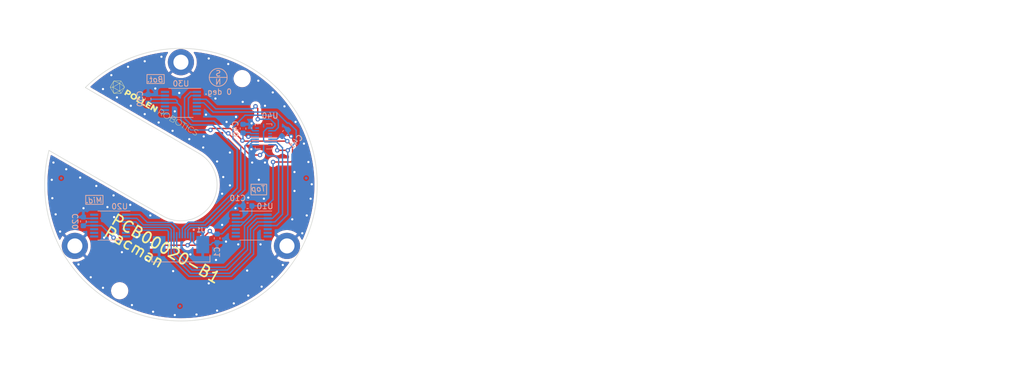
<source format=kicad_pcb>
(kicad_pcb (version 20211014) (generator pcbnew)
  (title_block (title "Pacman") (date "2023-02-27") (rev "B1") (company "Pollen Robotics"))
  (layers (0 "F.Cu" signal) (31 "B.Cu" signal) (34 "B.Paste" user) (35 "F.Paste" user) (36 "B.SilkS" user "B.Silkscreen") (37 "F.SilkS" user "F.Silkscreen") (38 "B.Mask" user) (39 "F.Mask" user) (44 "Edge.Cuts" user))
  (net 0 "")
  (net 1 "GND")
  (net 2 "+3V3")
  (net 3 "CS_Gyr")
  (net 4 "CS_Acc")
  (net 5 "CS_MBot")
  (net 6 "CS_MMid")
  (net 7 "CS_MTop")
  (net 8 "/Encoders/SCK")
  (net 9 "/Encoders/MISO")
  (net 10 "/Encoders/MOSI")
  (footprint "MountingHole:MountingHole_2.1mm" (layer "F.Cu") (at 76.5 107.225)
    (fp_text reference "H4" hide)
    (fp_text value "DNP - LocatingPinHole")
    (pad "" np_thru_hole circle (at 0 0) (size 2.1 2.1) (drill 2.1) (layers *.Cu *.Mask))
  )
  (footprint "Lib_Pollen:Logo_Pollen_2021" (layer "F.Cu") (at 84.092503 72.333725 -30)
    (fp_text reference "H7" hide)
    (fp_text value "DNP Logo Pollen 2021")
  )
  (footprint "MountingHole:MountingHole_2.1mm" (layer "F.Cu") (at 98.5 69.125)
    (fp_text reference "H5" hide)
    (fp_text value "DNP - LocatingPinHole")
    (pad "" np_thru_hole circle (at 0 0) (size 2.1 2.1) (drill 2.1) (layers *.Cu *.Mask))
  )
  (footprint "MountingHole:MountingHole_2.7mm_M2.5_DIN965_Pad_TopBottom" (layer "F.Cu") (at 106.55 99.175)
    (property "Reference" "H1")
    (property "Value" "MountingHole_Pad")
    (fp_text reference "H1" hide)
    (fp_text value "DNP - MountingHole_Pad")
    (pad "1" connect circle (at 0 0) (size 4.7 4.7) (layers "B.Cu" "B.Mask") (net 1 "GND"))
    (pad "1" connect circle (at 0 0) (size 4.7 4.7) (layers "F.Cu" "F.Mask") (net 1 "GND"))
    (pad "1" thru_hole circle (at 0 0) (size 3.1 3.1) (drill 2.7) (layers *.Cu *.Mask) (net 1 "GND"))
  )
  (footprint "MountingHole:MountingHole_2.7mm_M2.5_DIN965_Pad_TopBottom" (layer "F.Cu") (at 87.5 66.175)
    (fp_text reference "H3" hide)
    (fp_text value "DNP - MountingHole_Pad")
    (pad "1" connect circle (at 0 0) (size 4.7 4.7) (layers "B.Cu" "B.Mask") (net 1 "GND"))
    (pad "1" thru_hole circle (at 0 0) (size 3.1 3.1) (drill 2.7) (layers *.Cu *.Mask) (net 1 "GND"))
    (pad "1" connect circle (at 0 0) (size 4.7 4.7) (layers "F.Cu" "F.Mask") (net 1 "GND"))
  )
  (footprint "MountingHole:MountingHole_2.7mm_M2.5_DIN965_Pad_TopBottom" (layer "F.Cu") (at 68.45 99.175)
    (property "Reference" "H2")
    (property "Value" "MountingHole_Pad")
    (fp_text reference "H2" hide)
    (fp_text value "DNP - MountingHole_Pad")
    (pad "1" thru_hole circle (at 0 0) (size 3.1 3.1) (drill 2.7) (layers *.Cu *.Mask) (net 1 "GND"))
    (pad "1" connect circle (at 0 0) (size 4.7 4.7) (layers "F.Cu" "F.Mask") (net 1 "GND"))
    (pad "1" connect circle (at 0 0) (size 4.7 4.7) (layers "B.Cu" "B.Mask") (net 1 "GND"))
  )
  (footprint "Package_SO:TSSOP-14_4.4x5mm_P0.65mm" (layer "B.Cu") (at 74.775 95.525 180)
    (fp_text reference "U20" (at -1.725 3.425) (layer "B.SilkS") (effects (justify mirror)))
    (fp_text value "AS5047D")
    (pad "1" smd roundrect (at -2.8625 1.95 180) (size 1.475 0.4) (layers "B.Cu" "B.Paste" "B.Mask") (net 6 "CS_MMid"))
    (pad "2" smd roundrect (at -2.8625 1.3 180) (size 1.475 0.4) (layers "B.Cu" "B.Paste" "B.Mask") (net 8 "/Encoders/SCK"))
    (pad "3" smd roundrect (at -2.8625 0.65 180) (size 1.475 0.4) (layers "B.Cu" "B.Paste" "B.Mask") (net 9 "/Encoders/MISO"))
    (pad "4" smd roundrect (at -2.8625 0 180) (size 1.475 0.4) (layers "B.Cu" "B.Paste" "B.Mask") (net 10 "/Encoders/MOSI"))
    (pad "5" smd roundrect (at -2.8625 -0.65 180) (size 1.475 0.4) (layers "B.Cu" "B.Paste" "B.Mask"))
    (pad "6" smd roundrect (at -2.8625 -1.3 180) (size 1.475 0.4) (layers "B.Cu" "B.Paste" "B.Mask"))
    (pad "7" smd roundrect (at -2.8625 -1.95 180) (size 1.475 0.4) (layers "B.Cu" "B.Paste" "B.Mask"))
    (pad "8" smd roundrect (at 2.8625 -1.95 180) (size 1.475 0.4) (layers "B.Cu" "B.Paste" "B.Mask"))
    (pad "9" smd roundrect (at 2.8625 -1.3 180) (size 1.475 0.4) (layers "B.Cu" "B.Paste" "B.Mask"))
    (pad "10" smd roundrect (at 2.8625 -0.65 180) (size 1.475 0.4) (layers "B.Cu" "B.Paste" "B.Mask"))
    (pad "11" smd roundrect (at 2.8625 0 180) (size 1.475 0.4) (layers "B.Cu" "B.Paste" "B.Mask") (net 2 "+3V3"))
    (pad "12" smd roundrect (at 2.8625 0.65 180) (size 1.475 0.4) (layers "B.Cu" "B.Paste" "B.Mask") (net 2 "+3V3"))
    (pad "13" smd roundrect (at 2.8625 1.3 180) (size 1.475 0.4) (layers "B.Cu" "B.Paste" "B.Mask") (net 1 "GND"))
    (pad "14" smd roundrect (at 2.8625 1.95 180) (size 1.475 0.4) (layers "B.Cu" "B.Paste" "B.Mask"))
  )
  (footprint "Lib_Pollen:BMI088" (layer "B.Cu") (at 102.35 79.5 -90)
    (fp_text reference "U40" (at -3.7 -1.15 -180) (layer "B.SilkS") (effects (justify mirror)))
    (fp_text value "BMI088" hide)
    (pad "1" smd rect (at -1.5 1.165 270) (size 0.25 0.675) (layers "B.Cu" "B.Paste" "B.Mask"))
    (pad "2" smd rect (at -1 1.165 270) (size 0.25 0.675) (layers "B.Cu" "B.Paste" "B.Mask") (net 1 "GND"))
    (pad "3" smd rect (at -0.5 1.165 270) (size 0.25 0.675) (layers "B.Cu" "B.Paste" "B.Mask") (net 2 "+3V3"))
    (pad "4" smd rect (at 0 1.165 270) (size 0.25 0.675) (layers "B.Cu" "B.Paste" "B.Mask") (net 1 "GND"))
    (pad "5" smd rect (at 0.5 1.165 270) (size 0.25 0.675) (layers "B.Cu" "B.Paste" "B.Mask") (net 3 "CS_Gyr"))
    (pad "6" smd rect (at 1 1.165 270) (size 0.25 0.675) (layers "B.Cu" "B.Paste" "B.Mask") (net 1 "GND"))
    (pad "7" smd rect (at 1.5 1.165 270) (size 0.25 0.675) (layers "B.Cu" "B.Paste" "B.Mask") (net 1 "GND"))
    (pad "8" smd rect (at 1.915 0 180) (size 0.25 0.675) (layers "B.Cu" "B.Paste" "B.Mask") (net 8 "/Encoders/SCK"))
    (pad "9" smd rect (at 1.5 -1.165 270) (size 0.25 0.675) (layers "B.Cu" "B.Paste" "B.Mask") (net 10 "/Encoders/MOSI"))
    (pad "10" smd rect (at 1 -1.165 270) (size 0.25 0.675) (layers "B.Cu" "B.Paste" "B.Mask") (net 9 "/Encoders/MISO"))
    (pad "11" smd rect (at 0.5 -1.165 270) (size 0.25 0.675) (layers "B.Cu" "B.Paste" "B.Mask") (net 2 "+3V3"))
    (pad "12" smd rect (at 0 -1.165 270) (size 0.25 0.675) (layers "B.Cu" "B.Paste" "B.Mask"))
    (pad "13" smd rect (at -0.5 -1.165 270) (size 0.25 0.675) (layers "B.Cu" "B.Paste" "B.Mask"))
    (pad "14" smd rect (at -1 -1.165 270) (size 0.25 0.675) (layers "B.Cu" "B.Paste" "B.Mask") (net 4 "CS_Acc"))
    (pad "15" smd rect (at -1.5 -1.165 270) (size 0.25 0.675) (layers "B.Cu" "B.Paste" "B.Mask") (net 9 "/Encoders/MISO"))
    (pad "16" smd rect (at -1.915 0 180) (size 0.25 0.675) (layers "B.Cu" "B.Paste" "B.Mask"))
  )
  (footprint "Capacitor_SMD:C_0603_1608Metric" (layer "B.Cu") (at 69.975 94.775 -90)
    (fp_text reference "C20" (at 0 1.43 -270) (layer "B.SilkS") (effects (justify mirror)))
    (fp_text value "100nF 6V3")
    (pad "1" smd roundrect (at -0.775 0 270) (size 0.9 0.95) (layers "B.Cu" "B.Paste" "B.Mask") (net 1 "GND"))
    (pad "2" smd roundrect (at 0.775 0 270) (size 0.9 0.95) (layers "B.Cu" "B.Paste" "B.Mask") (net 2 "+3V3"))
  )
  (footprint "Capacitor_SMD:C_0603_1608Metric" (layer "B.Cu") (at 81.6 72.75 -90)
    (fp_text reference "C30" (at 0 1.43 90) (layer "B.SilkS") (effects (justify mirror)))
    (fp_text value "100nF 6V3")
    (pad "1" smd roundrect (at -0.775 0 270) (size 0.9 0.95) (layers "B.Cu" "B.Paste" "B.Mask") (net 1 "GND"))
    (pad "2" smd roundrect (at 0.775 0 270) (size 0.9 0.95) (layers "B.Cu" "B.Paste" "B.Mask") (net 2 "+3V3"))
  )
  (footprint "Package_SO:TSSOP-14_4.4x5mm_P0.65mm" (layer "B.Cu") (at 100.225 95.525 180)
    (fp_text reference "U10" (at -2.375 3.475) (layer "B.SilkS") (effects (justify mirror)))
    (fp_text value "AS5047D")
    (pad "1" smd roundrect (at -2.8625 1.95 180) (size 1.475 0.4) (layers "B.Cu" "B.Paste" "B.Mask") (net 7 "CS_MTop"))
    (pad "2" smd roundrect (at -2.8625 1.3 180) (size 1.475 0.4) (layers "B.Cu" "B.Paste" "B.Mask") (net 8 "/Encoders/SCK"))
    (pad "3" smd roundrect (at -2.8625 0.65 180) (size 1.475 0.4) (layers "B.Cu" "B.Paste" "B.Mask") (net 9 "/Encoders/MISO"))
    (pad "4" smd roundrect (at -2.8625 0 180) (size 1.475 0.4) (layers "B.Cu" "B.Paste" "B.Mask") (net 10 "/Encoders/MOSI"))
    (pad "5" smd roundrect (at -2.8625 -0.65 180) (size 1.475 0.4) (layers "B.Cu" "B.Paste" "B.Mask"))
    (pad "6" smd roundrect (at -2.8625 -1.3 180) (size 1.475 0.4) (layers "B.Cu" "B.Paste" "B.Mask"))
    (pad "7" smd roundrect (at -2.8625 -1.95 180) (size 1.475 0.4) (layers "B.Cu" "B.Paste" "B.Mask"))
    (pad "8" smd roundrect (at 2.8625 -1.95 180) (size 1.475 0.4) (layers "B.Cu" "B.Paste" "B.Mask"))
    (pad "9" smd roundrect (at 2.8625 -1.3 180) (size 1.475 0.4) (layers "B.Cu" "B.Paste" "B.Mask"))
    (pad "10" smd roundrect (at 2.8625 -0.65 180) (size 1.475 0.4) (layers "B.Cu" "B.Paste" "B.Mask"))
    (pad "11" smd roundrect (at 2.8625 0 180) (size 1.475 0.4) (layers "B.Cu" "B.Paste" "B.Mask") (net 2 "+3V3"))
    (pad "12" smd roundrect (at 2.8625 0.65 180) (size 1.475 0.4) (layers "B.Cu" "B.Paste" "B.Mask") (net 2 "+3V3"))
    (pad "13" smd roundrect (at 2.8625 1.3 180) (size 1.475 0.4) (layers "B.Cu" "B.Paste" "B.Mask") (net 1 "GND"))
    (pad "14" smd roundrect (at 2.8625 1.95 180) (size 1.475 0.4) (layers "B.Cu" "B.Paste" "B.Mask"))
  )
  (footprint "Fiducial:Fiducial_0.5mm_Mask1mm" (layer "B.Cu") (at 110 87 180)
    (fp_text reference "FID1" hide)
    (fp_text value "DNP - Fiducial")
    (pad "" smd circle (at 0 0 180) (size 0.5 0.5) (layers "B.Cu" "B.Mask") (clearance 0.25))
  )
  (footprint "Capacitor_SMD:C_0603_1608Metric" (layer "B.Cu") (at 94 97.8 90)
    (fp_text reference "C1" (at -2.5 0 90) (layer "B.SilkS") (effects (justify mirror)))
    (fp_text value "100nF 6V3")
    (pad "1" smd roundrect (at -0.775 0 90) (size 0.9 0.95) (layers "B.Cu" "B.Paste" "B.Mask") (net 1 "GND"))
    (pad "2" smd roundrect (at 0.775 0 90) (size 0.9 0.95) (layers "B.Cu" "B.Paste" "B.Mask") (net 2 "+3V3"))
  )
  (footprint "Fiducial:Fiducial_0.5mm_Mask1mm" (layer "B.Cu") (at 66 87 180)
    (fp_text reference "FID3" hide)
    (fp_text value "DNP - Fiducial")
    (pad "" smd circle (at 0 0 180) (size 0.5 0.5) (layers "B.Cu" "B.Mask") (clearance 0.25))
  )
  (footprint "Capacitor_SMD:C_0603_1608Metric" (layer "B.Cu") (at 106.2 78.9 -135)
    (fp_text reference "C41" (at -0.282843 -2.474874 45) (layer "B.SilkS") (effects (justify mirror)))
    (fp_text value "100nF 6V3")
    (pad "1" smd roundrect (at -0.775 0 225) (size 0.9 0.95) (layers "B.Cu" "B.Paste" "B.Mask") (net 1 "GND"))
    (pad "2" smd roundrect (at 0.775 0 225) (size 0.9 0.95) (layers "B.Cu" "B.Paste" "B.Mask") (net 2 "+3V3"))
  )
  (footprint "Capacitor_SMD:C_0603_1608Metric" (layer "B.Cu") (at 99.475 91.975)
    (fp_text reference "C10" (at -1.775 -1.375) (layer "B.SilkS") (effects (justify mirror)))
    (fp_text value "100nF 6V3")
    (pad "1" smd roundrect (at -0.775 0) (size 0.9 0.95) (layers "B.Cu" "B.Paste" "B.Mask") (net 1 "GND"))
    (pad "2" smd roundrect (at 0.775 0) (size 0.9 0.95) (layers "B.Cu" "B.Paste" "B.Mask") (net 2 "+3V3"))
  )
  (footprint "Package_SO:TSSOP-14_4.4x5mm_P0.65mm" (layer "B.Cu") (at 87.5 73.475 180)
    (fp_text reference "U30" (at 0 3.45) (layer "B.SilkS") (effects (justify mirror)))
    (fp_text value "AS5047D")
    (pad "1" smd roundrect (at -2.8625 1.95 180) (size 1.475 0.4) (layers "B.Cu" "B.Paste" "B.Mask") (net 5 "CS_MBot"))
    (pad "2" smd roundrect (at -2.8625 1.3 180) (size 1.475 0.4) (layers "B.Cu" "B.Paste" "B.Mask") (net 8 "/Encoders/SCK"))
    (pad "3" smd roundrect (at -2.8625 0.65 180) (size 1.475 0.4) (layers "B.Cu" "B.Paste" "B.Mask") (net 9 "/Encoders/MISO"))
    (pad "4" smd roundrect (at -2.8625 0 180) (size 1.475 0.4) (layers "B.Cu" "B.Paste" "B.Mask") (net 10 "/Encoders/MOSI"))
    (pad "5" smd roundrect (at -2.8625 -0.65 180) (size 1.475 0.4) (layers "B.Cu" "B.Paste" "B.Mask"))
    (pad "6" smd roundrect (at -2.8625 -1.3 180) (size 1.475 0.4) (layers "B.Cu" "B.Paste" "B.Mask"))
    (pad "7" smd roundrect (at -2.8625 -1.95 180) (size 1.475 0.4) (layers "B.Cu" "B.Paste" "B.Mask"))
    (pad "8" smd roundrect (at 2.8625 -1.95 180) (size 1.475 0.4) (layers "B.Cu" "B.Paste" "B.Mask"))
    (pad "9" smd roundrect (at 2.8625 -1.3 180) (size 1.475 0.4) (layers "B.Cu" "B.Paste" "B.Mask"))
    (pad "10" smd roundrect (at 2.8625 -0.65 180) (size 1.475 0.4) (layers "B.Cu" "B.Paste" "B.Mask"))
    (pad "11" smd roundrect (at 2.8625 0 180) (size 1.475 0.4) (layers "B.Cu" "B.Paste" "B.Mask") (net 2 "+3V3"))
    (pad "12" smd roundrect (at 2.8625 0.65 180) (size 1.475 0.4) (layers "B.Cu" "B.Paste" "B.Mask") (net 2 "+3V3"))
    (pad "13" smd roundrect (at 2.8625 1.3 180) (size 1.475 0.4) (layers "B.Cu" "B.Paste" "B.Mask") (net 1 "GND"))
    (pad "14" smd roundrect (at 2.8625 1.95 180) (size 1.475 0.4) (layers "B.Cu" "B.Paste" "B.Mask"))
  )
  (footprint "Capacitor_SMD:C_0603_1608Metric" (layer "B.Cu") (at 98.65 78.1 90)
    (fp_text reference "C40" (at -0.05 -1.35 90) (layer "B.SilkS") (effects (justify mirror)))
    (fp_text value "100nF 6V3")
    (pad "1" smd roundrect (at -0.775 0 90) (size 0.9 0.95) (layers "B.Cu" "B.Paste" "B.Mask") (net 2 "+3V3"))
    (pad "2" smd roundrect (at 0.775 0 90) (size 0.9 0.95) (layers "B.Cu" "B.Paste" "B.Mask") (net 1 "GND"))
  )
  (footprint "Lib_Pollen:TE_1-1734839-0" (layer "B.Cu") (at 87.5 99.6 180)
    (property "Reference" "J1")
    (property "Value" "Conn_01x10_MountingPin")
    (fp_text reference "J1" (at -3.5 3.3) (layer "B.SilkS") (effects (font (size 0.801189 0.801189)) (justify mirror)))
    (fp_text value "FFC 0,5 mm top contacts")
    (pad "1" smd rect (at -2.25 2.35 180) (size 0.3 1.1) (layers "B.Cu" "B.Paste" "B.Mask") (net 1 "GND"))
    (pad "2" smd rect (at -1.75 2.35 180) (size 0.3 1.1) (layers "B.Cu" "B.Paste" "B.Mask") (net 2 "+3V3"))
    (pad "3" smd rect (at -1.25 2.35 180) (size 0.3 1.1) (layers "B.Cu" "B.Paste" "B.Mask") (net 3 "CS_Gyr"))
    (pad "4" smd rect (at -0.75 2.35 180) (size 0.3 1.1) (layers "B.Cu" "B.Paste" "B.Mask") (net 4 "CS_Acc"))
    (pad "5" smd rect (at -0.25 2.35 180) (size 0.3 1.1) (layers "B.Cu" "B.Paste" "B.Mask") (net 5 "CS_MBot"))
    (pad "6" smd rect (at 0.25 2.35 180) (size 0.3 1.1) (layers "B.Cu" "B.Paste" "B.Mask") (net 6 "CS_MMid"))
    (pad "7" smd rect (at 0.75 2.35 180) (size 0.3 1.1) (layers "B.Cu" "B.Paste" "B.Mask") (net 7 "CS_MTop"))
    (pad "8" smd rect (at 1.25 2.35 180) (size 0.3 1.1) (layers "B.Cu" "B.Paste" "B.Mask") (net 8 "/Encoders/SCK"))
    (pad "9" smd rect (at 1.75 2.35 180) (size 0.3 1.1) (layers "B.Cu" "B.Paste" "B.Mask") (net 9 "/Encoders/MISO"))
    (pad "10" smd rect (at 2.25 2.35 180) (size 0.3 1.1) (layers "B.Cu" "B.Paste" "B.Mask") (net 10 "/Encoders/MOSI"))
    (pad "MP" smd rect (at -3.92 0.65 180) (size 2.3 3.1) (layers "B.Cu" "B.Paste" "B.Mask") (net 1 "GND"))
    (pad "MP" smd rect (at 3.92 0.65 180) (size 2.3 3.1) (layers "B.Cu" "B.Paste" "B.Mask") (net 1 "GND"))
  )
  (footprint "Fiducial:Fiducial_0.5mm_Mask1mm" (layer "B.Cu") (at 87.325 110 180)
    (fp_text reference "FID2" hide)
    (fp_text value "DNP - Fiducial")
    (pad "" smd circle (at 0 0 180) (size 0.5 0.5) (layers "B.Cu" "B.Mask") (clearance 0.25))
  )
  (gr_rect (start 84.5 70) (end 81.4 68.4) (layer "B.SilkS") (width 0.15) (fill none))
  (gr_circle (center 94.2 68.9) (end 94.1 67.3) (layer "B.SilkS") (width 0.15) (fill none))
  (gr_rect (start 73.5 91.7) (end 70.4 90.1) (layer "B.SilkS") (width 0.15) (fill none))
  (gr_line (start 92.596879 68.9) (end 95.803121 68.9) (layer "B.SilkS") (width 0.15))
  (gr_rect (start 102.9 88.1) (end 100.1 90) (layer "B.SilkS") (width 0.15) (fill none))
  (gr_line (start 90.825 82.6) (end 70.325 70.725) (layer "Edge.Cuts") (width 0.1))
  (gr_line (start 63.800581 82.025151) (end 84.1676 93.74558) (layer "Edge.Cuts") (width 0.1))
  (gr_arc (start 70.325 70.725) (mid 108.703841 100.417556) (end 63.800581 82.025151) (layer "Edge.Cuts") (width 0.1))
  (gr_arc (start 90.825 82.6) (mid 93.072791 91.503701) (end 84.1676 93.74558) (layer "Edge.Cuts") (width 0.1))
  (gr_text "S" (at 94.2 68.2) (layer "B.SilkS") (effects (font (size 1 1)) (justify mirror)))
  (gr_text "Bot." (at 82.9 69.3) (layer "B.SilkS") (effects (font (size 1 1) (thickness 0.15) italic) (justify mirror)))
  (gr_text "Mid." (at 71.9 91) (layer "B.SilkS") (effects (font (size 1 1) (thickness 0.15) italic) (justify mirror)))
  (gr_text "0 deg." (at 94.2 71.5) (layer "B.SilkS") (effects (font (size 1 1)) (justify mirror)))
  (gr_text "Top" (at 101.45 88.9) (layer "B.SilkS") (effects (font (size 1 1) (thickness 0.15) italic) (justify mirror)))
  (gr_text "N" (at 94.2 69.7) (layer "B.SilkS") (effects (font (size 1 1)) (justify mirror)))
  (gr_text "PCB00020-B1" (at 84.8 99.7 330) (layer "F.SilkS") (effects (font (size 2 2) (thickness 0.3))))
  (gr_text "Pacman" (at 79.1 99.4 330) (layer "F.SilkS") (effects (font (size 2 2) (thickness 0.3))))
  (via (at 97.4 76) (size 0.8) (drill 0.4) (layers "F.Cu" "B.Cu") (net 1))
  (via (at 93.7 72.7) (size 0.8) (drill 0.4) (layers "F.Cu" "B.Cu") (net 1))
  (via (at 76.9 100.3) (size 0.8) (drill 0.4) (layers "F.Cu" "B.Cu") (net 1))
  (via (at 101.8 98.9) (size 0.8) (drill 0.4) (layers "F.Cu" "B.Cu") (net 1))
  (via (at 102.4 90.7) (size 0.8) (drill 0.4) (layers "F.Cu" "B.Cu") (net 1))
  (via (at 95.6 98.4) (size 0.8) (drill 0.4) (layers "F.Cu" "B.Cu") (net 1))
  (via (at 73.5 71) (size 0.8) (drill 0.4) (layers "F.Cu" "B.Cu") (net 1))
  (via (at 78.4 91.8) (size 0.8) (drill 0.4) (layers "F.Cu" "B.Cu") (net 1))
  (via (at 94.9 89.8) (size 0.8) (drill 0.4) (layers "F.Cu" "B.Cu") (net 1))
  (via (at 73.5 106.7) (size 0.8) (drill 0.4) (layers "F.Cu" "B.Cu") (net 1))
  (via (at 102.6 74) (size 0.8) (drill 0.4) (layers "F.Cu" "B.Cu") (net 1))
  (via (at 109.6 80.8) (size 0.8) (drill 0.4) (layers "F.Cu" "B.Cu") (net 1))
  (via (at 110.4 84.1) (size 0.8) (drill 0.4) (layers "F.Cu" "B.Cu") (net 1))
  (via (at 83.5 77) (size 0.8) (drill 0.4) (layers "F.Cu" "B.Cu") (net 1))
  (via (at 86.4 75) (size 0.8) (drill 0.4) (layers "F.Cu" "B.Cu") (net 1))
  (via (at 82.5 111) (size 0.8) (drill 0.4) (layers "F.Cu" "B.Cu") (net 1))
  (via (at 93.8 101.7) (size 0.8) (drill 0.4) (layers "F.Cu" "B.Cu") (net 1))
  (via (at 78 67) (size 0.8) (drill 0.4) (layers "F.Cu" "B.Cu") (net 1))
  (via (at 90.3 111.5) (size 0.8) (drill 0.4) (layers "F.Cu" "B.Cu") (net 1))
  (via (at 71.3 104.8) (size 0.8) (drill 0.4) (layers "F.Cu" "B.Cu") (net 1))
  (via (at 75 68.5) (size 0.8) (drill 0.4) (layers "F.Cu" "B.Cu") (net 1))
  (via (at 84 65.2) (size 0.8) (drill 0.4) (layers "F.Cu" "B.Cu") (net 1))
  (via (at 100.15 81.8) (size 0.8) (drill 0.4) (layers "F.Cu" "B.Cu") (net 1))
  (via (at 69.4 86.9) (size 0.8) (drill 0.4) (layers "F.Cu" "B.Cu") (net 1))
  (via (at 110.1 93.7) (size 0.8) (drill 0.4) (layers "F.Cu" "B.Cu") (net 1))
  (via (at 92.5 65.5) (size 0.8) (drill 0.4) (layers "F.Cu" "B.Cu") (net 1))
  (via (at 65.8 96.6) (size 0.8) (drill 0.4) (layers "F.Cu" "B.Cu") (net 1))
  (via (at 94.9 95.4) (size 0.8) (drill 0.4) (layers "F.Cu" "B.Cu") (net 1))
  (via (at 75.4 90.1) (size 0.8) (drill 0.4) (layers "F.Cu" "B.Cu") (net 1))
  (via (at 64.3 87.3) (size 0.8) (drill 0.4) (layers "F.Cu" "B.Cu") (net 1))
  (via (at 102 106.5) (size 0.8) (drill 0.4) (layers "F.Cu" "B.Cu") (net 1))
  (via (at 70 92.4) (size 0.8) (drill 0.4) (layers "F.Cu" "B.Cu") (net 1))
  (via (at 106.1 74.1) (size 0.8) (drill 0.4) (layers "F.Cu" "B.Cu") (net 1))
  (via (at 100.2 77.15) (size 0.8) (drill 0.4) (layers "F.Cu" "B.Cu") (net 1))
  (via (at 96.3 82.4) (size 0.8) (drill 0.4) (layers "F.Cu" "B.Cu") (net 1))
  (via (at 89 80) (size 0.8) (drill 0.4) (layers "F.Cu" "B.Cu") (net 1))
  (via (at 108.1 76.9) (size 0.8) (drill 0.4) (layers "F.Cu" "B.Cu") (net 1))
  (via (at 96.3 88.3) (size 0.8) (drill 0.4) (layers "F.Cu" "B.Cu") (net 1))
  (via (at 95.1 86.8) (size 0.8) (drill 0.4) (layers "F.Cu" "B.Cu") (net 1))
  (via (at 105.8 102.6) (size 0.8) (drill 0.4) (layers "F.Cu" "B.Cu") (net 1))
  (via (at 92.5 105.9) (size 0.8) (drill 0.4) (layers "F.Cu" "B.Cu") (net 1))
  (via (at 103.9 104.7) (size 0.8) (drill 0.4) (layers "F.Cu" "B.Cu") (net 1))
  (via (at 96 66.5) (size 0.8) (drill 0.4) (layers "F.Cu" "B.Cu") (net 1))
  (via (at 97.8 98.9) (size 0.8) (drill 0.4) (layers "F.Cu" "B.Cu") (net 1))
  (via (at 107.5 94.4) (size 0.8) (drill 0.4) (layers "F.Cu" "B.Cu") (net 1))
  (via (at 99.6 108.1) (size 0.8) (drill 0.4) (layers "F.Cu" "B.Cu") (net 1))
  (via (at 86.1 103.7) (size 0.8) (drill 0.4) (layers "F.Cu" "B.Cu") (net 1))
  (via (at 97.3 92.4) (size 0.8) (drill 0.4) (layers "F.Cu" "B.Cu") (net 1))
  (via (at 109.3 96.9) (size 0.8) (drill 0.4) (layers "F.Cu" "B.Cu") (net 1))
  (via (at 76 72.5) (size 0.8) (drill 0.4) (layers "F.Cu" "B.Cu") (net 1))
  (via (at 89.2 100.7) (size 0.8) (drill 0.4) (layers "F.Cu" "B.Cu") (net 1))
  (via (at 78.7 109.8) (size 0.8) (drill 0.4) (layers "F.Cu" "B.Cu") (net 1))
  (via (at 99.626789 79.548611) (size 0.8) (drill 0.4) (layers "F.Cu" "B.Cu") (net 1))
  (via (at 102.6 84.2) (size 0.8) (drill 0.4) (layers "F.Cu" "B.Cu") (net 1))
  (via (at 75.5 94) (size 0.8) (drill 0.4) (layers "F.Cu" "B.Cu") (net 1))
  (via (at 101.5 87.3) (size 0.8) (drill 0.4) (layers "F.Cu" "B.Cu") (net 1))
  (via (at 107.3 79.5) (size 0.8) (drill 0.4) (layers "F.Cu" "B.Cu") (net 1))
  (via (at 72.3 88.4) (size 0.8) (drill 0.4) (layers "F.Cu" "B.Cu") (net 1))
  (via (at 82.9 70.9) (size 0.8) (drill 0.4) (layers "F.Cu" "B.Cu") (net 1))
  (via (at 107.9 85.9) (size 0.8) (drill 0.4) (layers "F.Cu" "B.Cu") (net 1))
  (via (at 79.6 97.6) (size 0.8) (drill 0.4) (layers "F.Cu" "B.Cu") (net 1))
  (via (at 64.6 84.2) (size 0.8) (drill 0.4) (layers "F.Cu" "B.Cu") (net 1))
  (via (at 66.9 85.4) (size 0.8) (drill 0.4) (layers "F.Cu" "B.Cu") (net 1))
  (via (at 100.3 84.2) (size 0.8) (drill 0.4) (layers "F.Cu" "B.Cu") (net 1))
  (via (at 73.7 97.7) (size 0.8) (drill 0.4) (layers "F.Cu" "B.Cu") (net 1))
  (via (at 86.4 111.6) (size 0.8) (drill 0.4) (layers "F.Cu" "B.Cu") (net 1))
  (via (at 82 93.7) (size 0.8) (drill 0.4) (layers "F.Cu" "B.Cu") (net 1))
  (via (at 81 66) (size 0.8) (drill 0.4) (layers "F.Cu" "B.Cu") (net 1))
  (via (at 94 84) (size 0.8) (drill 0.4) (layers "F.Cu" "B.Cu") (net 1))
  (via (at 86 78.5) (size 0.8) (drill 0.4) (layers "F.Cu" "B.Cu") (net 1))
  (via (at 94 110.8) (size 0.8) (drill 0.4) (layers "F.Cu" "B.Cu") (net 1))
  (via (at 64.4 90.6) (size 0.8) (drill 0.4) (layers "F.Cu" "B.Cu") (net 1))
  (via (at 104 71.6) (size 0.8) (drill 0.4) (layers "F.Cu" "B.Cu") (net 1))
  (via (at 107.9 89.3) (size 0.8) (drill 0.4) (layers "F.Cu" "B.Cu") (net 1))
  (via (at 95.7 76.9) (size 0.8) (drill 0.4) (layers "F.Cu" "B.Cu") (net 1))
  (via (at 110.8 90.7) (size 0.8) (drill 0.4) (layers "F.Cu" "B.Cu") (net 1))
  (via (at 99.6 90.5) (size 0.8) (drill 0.4) (layers "F.Cu" "B.Cu") (net 1))
  (via (at 101.4 69.5) (size 0.8) (drill 0.4) (layers "F.Cu" "B.Cu") (net 1))
  (via (at 91.6 79.5) (size 0.8) (drill 0.4) (layers "F.Cu" "B.Cu") (net 1))
  (via (at 99.4 103.6) (size 0.8) (drill 0.4) (layers "F.Cu" "B.Cu") (net 1))
  (via (at 98.6 73.3) (size 0.8) (drill 0.4) (layers "F.Cu" "B.Cu") (net 1))
  (via (at 111 88.1) (size 0.8) (drill 0.4) (layers "F.Cu" "B.Cu") (net 1))
  (via (at 65 93.5) (size 0.8) (drill 0.4) (layers "F.Cu" "B.Cu") (net 1))
  (via (at 97 109.5) (size 0.8) (drill 0.4) (layers "F.Cu" "B.Cu") (net 1))
  (via (at 81.3 101.7) (size 0.8) (drill 0.4) (layers "F.Cu" "B.Cu") (net 1))
  (via (at 81 75.5) (size 0.8) (drill 0.4) (layers "F.Cu" "B.Cu") (net 1))
  (via (at 92 75.6) (size 0.8) (drill 0.4) (layers "F.Cu" "B.Cu") (net 1))
  (via (at 87.2 71.7) (size 0.8) (drill 0.4) (layers "F.Cu" "B.Cu") (net 1))
  (via (at 69.1 102.5) (size 0.8) (drill 0.4) (layers "F.Cu" "B.Cu") (net 1))
  (via (at 91.5 81.5) (size 0.8) (drill 0.4) (layers "F.Cu" "B.Cu") (net 1))
  (via (at 74.3 92.2) (size 0.8) (drill 0.4) (layers "F.Cu" "B.Cu") (net 1))
  (via (at 78.5 74) (size 0.8) (drill 0.4) (layers "F.Cu" "B.Cu") (net 1))
  (segment (start 106.748008 78.351992) (end 106.748008 78.948008) (width 0.25) (layer "B.Cu") (net 1))
  (segment (start 101.185 81) (end 100.035718 81) (width 0.25) (layer "B.Cu") (net 1))
  (segment (start 106.748008 78.948008) (end 107.3 79.5) (width 0.25) (layer "B.Cu") (net 1))
  (segment (start 71.9125 94.225) (end 70.2 94.225) (width 0.25) (layer "B.Cu") (net 1))
  (segment (start 100.45 78.5) (end 100.2 78.25) (width 0.25) (layer "B.Cu") (net 1))
  (segment (start 100.2 78.25) (end 100.2 77.15) (width 0.25) (layer "B.Cu") (net 1))
  (segment (start 99.967859 80.867859) (end 99.967859 81.067859) (width 0.25) (layer "B.Cu") (net 1))
  (segment (start 94 98.575) (end 93.225 98.575) (width 0.25) (layer "B.Cu") (net 1))
  (segment (start 97.3625 94.225) (end 98.375 94.225) (width 0.25) (layer "B.Cu") (net 1))
  (segment (start 89.75 98.55) (end 90.15 98.95) (width 0.25) (layer "B.Cu") (net 1))
  (segment (start 98.75 93.85) (end 98.75 92.025) (width 0.25) (layer "B.Cu") (net 1))
  (segment (start 99.967859 81.067859) (end 99.967859 81.617859) (width 0.25) (layer "B.Cu") (net 1))
  (segment (start 101.185 78.5) (end 100.45 78.5) (width 0.25) (layer "B.Cu") (net 1))
  (segment (start 93.225 98.575) (end 92.85 98.95) (width 0.25) (layer "B.Cu") (net 1))
  (segment (start 92.85 98.95) (end 91.42 98.95) (width 0.25) (layer "B.Cu") (net 1))
  (segment (start 84.6375 72.175) (end 81.8 72.175) (width 0.25) (layer "B.Cu") (net 1))
  (segment (start 99.967859 81.617859) (end 100.15 81.8) (width 0.25) (layer "B.Cu") (net 1))
  (segment (start 101.185 79.5) (end 99.6754 79.5) (width 0.25) (layer "B.Cu") (net 1))
  (segment (start 99.6754 79.5) (end 99.626789 79.548611) (width 0.25) (layer "B.Cu") (net 1))
  (segment (start 98.75 92.025) (end 98.7 91.975) (width 0.25) (layer "B.Cu") (net 1))
  (segment (start 81.8 72.175) (end 81.6 71.975) (width 0.25) (layer "B.Cu") (net 1))
  (segment (start 90.15 98.95) (end 91.42 98.95) (width 0.25) (layer "B.Cu") (net 1))
  (segment (start 70.2 94.225) (end 69.975 94) (width 0.25) (layer "B.Cu") (net 1))
  (segment (start 98.375 94.225) (end 98.75 93.85) (width 0.25) (layer "B.Cu") (net 1))
  (segment (start 89.75 97.25) (end 89.75 98.55) (width 0.25) (layer "B.Cu") (net 1))
  (segment (start 101.185 80.5) (end 100.335718 80.5) (width 0.25) (layer "B.Cu") (net 1))
  (segment (start 100.335718 80.5) (end 99.967859 80.867859) (width 0.25) (layer "B.Cu") (net 1))
  (segment (start 100.035718 81) (end 99.967859 81.067859) (width 0.25) (layer "B.Cu") (net 1))
  (segment (start 96.375 78.075) (end 93.075 78.075) (width 0.25) (layer "F.Cu") (net 2))
  (segment (start 88.7 99.05) (end 90.15 99.05) (width 0.25) (layer "F.Cu") (net 2))
  (segment (start 76.75 99.05) (end 75.4 97.7) (width 0.25) (layer "F.Cu") (net 2))
  (segment (start 93.075 78.075) (end 92.8 78.35) (width 0.25) (layer "F.Cu") (net 2))
  (segment (start 106.6 80.35) (end 107.55 81.3) (width 0.25) (layer "F.Cu") (net 2))
  (segment (start 98.65 80.35) (end 98.55 80.25) (width 0.25) (layer "F.Cu") (net 2))
  (segment (start 107.25 84.1) (end 104.05 84.1) (width 0.25) (layer "F.Cu") (net 2))
  (segment (start 90.15 99.05) (end 92.7 96.5) (width 0.25) (layer "F.Cu") (net 2))
  (segment (start 88.7 99.05) (end 76.75 99.05) (width 0.25) (layer "F.Cu") (net 2))
  (segment (start 98.55 80.25) (end 96.375 78.075) (width 0.25) (layer "F.Cu") (net 2))
  (segment (start 106.6 80.35) (end 98.65 80.35) (width 0.25) (layer "F.Cu") (net 2))
  (segment (start 107.55 81.3) (end 107.55 83.8) (width 0.25) (layer "F.Cu") (net 2))
  (segment (start 107.55 83.8) (end 107.25 84.1) (width 0.25) (layer "F.Cu") (net 2))
  (via (at 98.55 80.25) (size 0.8) (drill 0.4) (layers "F.Cu" "B.Cu") (net 2))
  (via (at 92.8 78.35) (size 0.8) (drill 0.4) (layers "F.Cu" "B.Cu") (net 2))
  (via (at 75.4 97.7) (size 0.8) (drill 0.4) (layers "F.Cu" "B.Cu") (net 2))
  (via (at 88.7 99.05) (size 0.8) (drill 0.4) (layers "F.Cu" "B.Cu") (net 2))
  (via (at 106.6 80.35) (size 0.8) (drill 0.4) (layers "F.Cu" "B.Cu") (net 2))
  (via (at 104.05 84.1) (size 0.8) (drill 0.4) (layers "F.Cu" "B.Cu") (net 2))
  (via (at 92.7 96.5) (size 0.8) (drill 0.4) (layers "F.Cu" "B.Cu") (net 2))
  (segment (start 103.515 80) (end 104.75 80) (width 0.25) (layer "B.Cu") (net 2))
  (segment (start 70.65 94.875) (end 69.975 95.55) (width 0.25) (layer "B.Cu") (net 2))
  (segment (start 96.375 95.525) (end 94.875 97.025) (width 0.25) (layer "B.Cu") (net 2))
  (segment (start 86.825 73.475) (end 86.825 73.125) (width 0.25) (layer "B.Cu") (net 2))
  (segment (start 104.05 90.85) (end 102.925 91.975) (width 0.25) (layer "B.Cu") (net 2))
  (segment (start 98.225 95.525) (end 98.875 94.875) (width 0.25) (layer "B.Cu") (net 2))
  (segment (start 105.651992 79.448008) (end 105.698008 79.448008) (width 0.25) (layer "B.Cu") (net 2))
  (segment (start 75.4 97.7) (end 73.225 95.525) (width 0.25) (layer "B.Cu") (net 2))
  (segment (start 102.925 91.975) (end 100.25 91.975) (width 0.25) (layer "B.Cu") (net 2))
  (segment (start 89.25 97.2) (end 89.25 98.5) (width 0.25) (layer "B.Cu") (net 2))
  (segment (start 86.825 73.475) (end 84.6375 73.475) (width 0.25) (layer "B.Cu") (net 2))
  (segment (start 89.25 98.5) (end 88.7 99.05) (width 0.25) (layer "B.Cu") (net 2))
  (segment (start 73.225 95.525) (end 71.9125 95.525) (width 0.25) (layer "B.Cu") (net 2))
  (segment (start 70 95.525) (end 69.975 95.55) (width 0.25) (layer "B.Cu") (net 2))
  (segment (start 98.65 80.15) (end 98.55 80.25) (width 0.25) (layer "B.Cu") (net 2))
  (segment (start 97.3625 95.525) (end 96.375 95.525) (width 0.25) (layer "B.Cu") (net 2))
  (segment (start 98.725 78.8) (end 98.65 78.875) (width 0.25) (layer "B.Cu") (net 2))
  (segment (start 86.525 72.825) (end 84.6375 72.825) (width 0.25) (layer "B.Cu") (net 2))
  (segment (start 71.9125 94.875) (end 70.65 94.875) (width 0.25) (layer "B.Cu") (net 2))
  (segment (start 104.75 80) (end 105.151992 79.598008) (width 0.25) (layer "B.Cu") (net 2))
  (segment (start 87.5 76.55) (end 87.5 74.15) (width 0.25) (layer "B.Cu") (net 2))
  (segment (start 93.225 97.025) (end 92.7 96.5) (width 0.25) (layer "B.Cu") (net 2))
  (segment (start 98.875 94.875) (end 100.25 93.5) (width 0.25) (layer "B.Cu") (net 2))
  (segment (start 82.3 72.825) (end 81.6 73.525) (width 0.25) (layer "B.Cu") (net 2))
  (segment (start 89.3 78.35) (end 87.5 76.55) (width 0.25) (layer "B.Cu") (net 2))
  (segment (start 105.698008 79.448008) (end 106.6 80.35) (width 0.25) (layer "B.Cu") (net 2))
  (segment (start 87.5 74.15) (end 86.825 73.475) (width 0.25) (layer "B.Cu") (net 2))
  (segment (start 101.185 79) (end 100.1 79) (width 0.25) (layer "B.Cu") (net 2))
  (segment (start 97.3625 95.525) (end 98.225 95.525) (width 0.25) (layer "B.Cu") (net 2))
  (segment (start 94 97.025) (end 93.225 97.025) (width 0.25) (layer "B.Cu") (net 2))
  (segment (start 100.1 79) (end 99.9 78.8) (width 0.25) (layer "B.Cu") (net 2))
  (segment (start 81.65 73.475) (end 81.6 73.525) (width 0.25) (layer "B.Cu") (net 2))
  (segment (start 86.825 73.125) (end 86.525 72.825) (width 0.25) (layer "B.Cu") (net 2))
  (segment (start 71.9125 95.525) (end 70 95.525) (width 0.25) (layer "B.Cu") (net 2))
  (segment (start 100.25 93.5) (end 100.25 91.975) (width 0.25) (layer "B.Cu") (net 2))
  (segment (start 92.8 78.35) (end 89.3 78.35) (width 0.25) (layer "B.Cu") (net 2))
  (segment (start 99.9 78.8) (end 98.725 78.8) (width 0.25) (layer "B.Cu") (net 2))
  (segment (start 98.65 78.875) (end 98.65 80.15) (width 0.25) (layer "B.Cu") (net 2))
  (segment (start 94.875 97.025) (end 94 97.025) (width 0.25) (layer "B.Cu") (net 2))
  (segment (start 84.6375 73.475) (end 81.65 73.475) (width 0.25) (layer "B.Cu") (net 2))
  (segment (start 84.6375 72.825) (end 82.3 72.825) (width 0.25) (layer "B.Cu") (net 2))
  (segment (start 97.3625 94.875) (end 98.875 94.875) (width 0.25) (layer "B.Cu") (net 2))
  (segment (start 104.05 84.1) (end 104.05 90.85) (width 0.25) (layer "B.Cu") (net 2))
  (segment (start 88.75 96.371435) (end 89.25 95.871435) (width 0.25) (layer "B.Cu") (net 3))
  (segment (start 89.25 95.871435) (end 92.228565 95.871435) (width 0.25) (layer "B.Cu") (net 3))
  (segment (start 100.2 80) (end 101.185 80) (width 0.25) (layer "B.Cu") (net 3))
  (segment (start 99 81.2) (end 100.2 80) (width 0.25) (layer "B.Cu") (net 3))
  (segment (start 88.75 97.2) (end 88.75 96.371435) (width 0.25) (layer "B.Cu") (net 3))
  (segment (start 99 89.1) (end 99 81.2) (width 0.25) (layer "B.Cu") (net 3))
  (segment (start 92.228565 95.871435) (end 99 89.1) (width 0.25) (layer "B.Cu") (net 3))
  (segment (start 103.515 78.5) (end 104.4 78.5) (width 0.25) (layer "B.Cu") (net 4))
  (segment (start 88.742858 95.742858) (end 88.25 96.235717) (width 0.25) (layer "B.Cu") (net 4))
  (segment (start 104.4 78.5) (end 105 77.9) (width 0.25) (layer "B.Cu") (net 4))
  (segment (start 104.1 75.7) (end 99.022862 75.7) (width 0.25) (layer "B.Cu") (net 4))
  (segment (start 105 76.6) (end 104.1 75.7) (width 0.25) (layer "B.Cu") (net 4))
  (segment (start 89.063803 95.421915) (end 88.742858 95.742858) (width 0.25) (layer "B.Cu") (net 4))
  (segment (start 98.25 89.05) (end 91.878085 95.421915) (width 0.25) (layer "B.Cu") (net 4))
  (segment (start 96.85 77.872862) (end 96.85 79.95) (width 0.25) (layer "B.Cu") (net 4))
  (segment (start 99.022862 75.7) (end 96.85 77.872862) (width 0.25) (layer "B.Cu") (net 4))
  (segment (start 105 77.9) (end 105 76.6) (width 0.25) (layer "B.Cu") (net 4))
  (segment (start 96.85 79.95) (end 98.25 81.35) (width 0.25) (layer "B.Cu") (net 4))
  (segment (start 91.878085 95.421915) (end 89.063803 95.421915) (width 0.25) (layer "B.Cu") (net 4))
  (segment (start 88.25 96.235717) (end 88.25 97.2) (width 0.25) (layer "B.Cu") (net 4))
  (segment (start 98.25 81.35) (end 98.25 89.05) (width 0.25) (layer "B.Cu") (net 4))
  (segment (start 97.6 88.8) (end 91.5 94.9) (width 0.25) (layer "B.Cu") (net 5))
  (segment (start 91.5 94.9) (end 88.85 94.9) (width 0.25) (layer "B.Cu") (net 5))
  (segment (start 88.15 76.25) (end 89.35 77.45) (width 0.25) (layer "B.Cu") (net 5))
  (segment (start 89.175 71.525) (end 88.15 72.55) (width 0.25) (layer "B.Cu") (net 5))
  (segment (start 88.85 94.9) (end 87.75 96) (width 0.25) (layer "B.Cu") (net 5))
  (segment (start 97.6 81.85) (end 97.6 88.8) (width 0.25) (layer "B.Cu") (net 5))
  (segment (start 87.75 96) (end 87.75 97.2) (width 0.25) (layer "B.Cu") (net 5))
  (segment (start 90.3625 71.525) (end 89.175 71.525) (width 0.25) (layer "B.Cu") (net 5))
  (segment (start 89.35 77.45) (end 93.2 77.45) (width 0.25) (layer "B.Cu") (net 5))
  (segment (start 88.15 72.55) (end 88.15 76.25) (width 0.25) (layer "B.Cu") (net 5))
  (segment (start 93.2 77.45) (end 97.6 81.85) (width 0.25) (layer "B.Cu") (net 5))
  (segment (start 85.949022 94.95) (end 81.45 94.95) (width 0.25) (layer "B.Cu") (net 6))
  (segment (start 87.25 97.2) (end 87.25 96.250978) (width 0.25) (layer "B.Cu") (net 6))
  (segment (start 81.45 94.95) (end 80.075 93.575) (width 0.25) (layer "B.Cu") (net 6))
  (segment (start 80.075 93.575) (end 77.6375 93.575) (width 0.25) (layer "B.Cu") (net 6))
  (segment (start 87.25 96.250978) (end 85.949022 94.95) (width 0.25) (layer "B.Cu") (net 6))
  (segment (start 95.45 103) (end 89.85 103) (width 0.25) (layer "B.Cu") (net 7))
  (segment (start 89.85 103) (end 86.75 99.9) (width 0.25) (layer "B.Cu") (net 7))
  (segment (start 103.0875 93.575) (end 100.925 93.575) (width 0.25) (layer "B.Cu") (net 7))
  (segment (start 100.925 93.575) (end 98.925 95.575) (width 0.25) (layer "B.Cu") (net 7))
  (segment (start 86.75 99.9) (end 86.75 97.2) (width 0.25) (layer "B.Cu") (net 7))
  (segment (start 98.925 99.525) (end 95.45 103) (width 0.25) (layer "B.Cu") (net 7))
  (segment (start 98.925 95.575) (end 98.925 99.525) (width 0.25) (layer "B.Cu") (net 7))
  (segment (start 99.9 82.85) (end 96 78.95) (width 0.25) (layer "F.Cu") (net 8))
  (segment (start 101.7 82.85) (end 99.9 82.85) (width 0.25) (layer "F.Cu") (net 8))
  (via (at 96 78.95) (size 0.8) (drill 0.4) (layers "F.Cu" "B.Cu") (net 8))
  (via (at 101.7 82.85) (size 0.8) (drill 0.4) (layers "F.Cu" "B.Cu") (net 8))
  (segment (start 103.925 94.225) (end 105.05 93.1) (width 0.25) (layer "B.Cu") (net 8))
  (segment (start 105.05 83.55) (end 105.05 85.25) (width 0.25) (layer "B.Cu") (net 8))
  (segment (start 88.85 75.95) (end 89.65 76.75) (width 0.25) (layer "B.Cu") (net 8))
  (segment (start 104.5 83) (end 105.05 83.55) (width 0.25) (layer "B.Cu") (net 8))
  (segment (start 95.85 103.5) (end 89.5 103.5) (width 0.25) (layer "B.Cu") (net 8))
  (segment (start 86.25 97.2) (end 86.25 95.99952) (width 0.25) (layer "B.Cu") (net 8))
  (segment (start 81.1 95.4) (end 80.75 95.4) (width 0.25) (layer "B.Cu") (net 8))
  (segment (start 79.575 94.225) (end 77.6375 94.225) (width 0.25) (layer "B.Cu") (net 8))
  (segment (start 89.7 76.75) (end 93.45 76.75) (width 0.25) (layer "B.Cu") (net 8))
  (segment (start 103.0875 94.225) (end 103.925 94.225) (width 0.25) (layer "B.Cu") (net 8))
  (segment (start 88.85 72.65) (end 88.85 75.95) (width 0.25) (layer "B.Cu") (net 8))
  (segment (start 86.25 100.25) (end 86.25 97.2) (width 0.25) (layer "B.Cu") (net 8))
  (segment (start 85.65 95.39952) (end 81.10048 95.39952) (width 0.25) (layer "B.Cu") (net 8))
  (segment (start 105.05 84.9) (end 105.05 84.95) (width 0.25) (layer "B.Cu") (net 8))
  (segment (start 99.475 99.875) (end 95.85 103.5) (width 0.25) (layer "B.Cu") (net 8))
  (segment (start 94.55 77.85) (end 95.65 78.95) (width 0.25) (layer "B.Cu") (net 8))
  (segment (start 105.05 85.75) (end 105.05 85.25) (width 0.25) (layer "B.Cu") (net 8))
  (segment (start 103.15 83) (end 104.5 83) (width 0.25) (layer "B.Cu") (net 8))
  (segment (start 99.475 95.875) (end 99.475 99.875) (width 0.25) (layer "B.Cu") (net 8))
  (segment (start 86.25 95.99952) (end 85.65 95.39952) (width 0.25) (layer "B.Cu") (net 8))
  (segment (start 103.0875 94.225) (end 101.125 94.225) (width 0.25) (layer "B.Cu") (net 8))
  (segment (start 105.05 93.1) (end 105.05 85.75) (width 0.25) (layer "B.Cu") (net 8))
  (segment (start 101.125 94.225) (end 99.475 95.875) (width 0.25) (layer "B.Cu") (net 8))
  (segment (start 89 72.5) (end 88.85 72.65) (width 0.25) (layer "B.Cu") (net 8))
  (segment (start 89.65 76.75) (end 89.7 76.75) (width 0.25) (layer "B.Cu") (net 8))
  (segment (start 102.35 82.2) (end 102.35 81.415) (width 0.25) (layer "B.Cu") (net 8))
  (segment (start 81.10048 95.39952) (end 81.1 95.4) (width 0.25) (layer "B.Cu") (net 8))
  (segment (start 89.5 103.5) (end 86.25 100.25) (width 0.25) (layer "B.Cu") (net 8))
  (segment (start 80.75 95.4) (end 79.575 94.225) (width 0.25) (layer "B.Cu") (net 8))
  (segment (start 105.05 85.75) (end 105.05 84.9) (width 0.25) (layer "B.Cu") (net 8))
  (segment (start 105.05 85.25) (end 105.05 84.95) (width 0.25) (layer "B.Cu") (net 8))
  (segment (start 93.45 76.75) (end 94.55 77.85) (width 0.25) (layer "B.Cu") (net 8))
  (segment (start 89.325 72.175) (end 89 72.5) (width 0.25) (layer "B.Cu") (net 8))
  (segment (start 101.7 82.85) (end 102.35 82.2) (width 0.25) (layer "B.Cu") (net 8))
  (segment (start 103.15 83) (end 102.35 82.2) (width 0.25) (layer "B.Cu") (net 8))
  (segment (start 95.65 78.95) (end 96 78.95) (width 0.25) (layer "B.Cu") (net 8))
  (segment (start 90.3625 72.175) (end 89.325 72.175) (width 0.25) (layer "B.Cu") (net 8))
  (segment (start 101.3 74.5) (end 101.3 76.4245) (width 0.25) (layer "F.Cu") (net 9))
  (segment (start 100.9 74.1) (end 101.3 74.5) (width 0.25) (layer "F.Cu") (net 9))
  (via (at 100.9 74.1) (size 0.8) (drill 0.4) (layers "F.Cu" "B.Cu") (net 9))
  (via (at 101.3 76.4245) (size 0.8) (drill 0.4) (layers "F.Cu" "B.Cu") (net 9))
  (segment (start 105.75 81.55) (end 105.75 93.5) (width 0.25) (layer "B.Cu") (net 9))
  (segment (start 103.5745 76.4245) (end 101.3 76.4245) (width 0.25) (layer "B.Cu") (net 9))
  (segment (start 104.375 94.875) (end 103.0875 94.875) (width 0.25) (layer "B.Cu") (net 9))
  (segment (start 90.3625 72.825) (end 92.025 72.825) (width 0.25) (layer "B.Cu") (net 9))
  (segment (start 104.4 77.25) (end 103.5745 76.4245) (width 0.25) (layer "B.Cu") (net 9))
  (segment (start 103.95 78) (end 104.4 77.55) (width 0.25) (layer "B.Cu") (net 9))
  (segment (start 100.45 74.55) (end 100.9 74.1) (width 0.25) (layer "B.Cu") (net 9))
  (segment (start 102.35 80.25) (end 102.35 78.65) (width 0.25) (layer "B.Cu") (net 9))
  (segment (start 104.4 77.55) (end 104.4 77.25) (width 0.25) (layer "B.Cu") (net 9))
  (segment (start 104.7 80.5) (end 105.75 81.55) (width 0.25) (layer "B.Cu") (net 9))
  (segment (start 89.25 104.1) (end 85.75 100.6) (width 0.25) (layer "B.Cu") (net 9))
  (segment (start 85.349022 95.85) (end 85.75 96.250978) (width 0.25) (layer "B.Cu") (net 9))
  (segment (start 92.025 72.825) (end 93 73.8) (width 0.25) (layer "B.Cu") (net 9))
  (segment (start 105.75 93.5) (end 104.375 94.875) (width 0.25) (layer "B.Cu") (net 9))
  (segment (start 103.0875 94.875) (end 101.275 94.875) (width 0.25) (layer "B.Cu") (net 9))
  (segment (start 80.4 95.85) (end 85.349022 95.85) (width 0.25) (layer "B.Cu") (net 9))
  (segment (start 77.6375 94.875) (end 79.425 94.875) (width 0.25) (layer "B.Cu") (net 9))
  (segment (start 85.75 100.6) (end 85.75 97.2) (width 0.25) (layer "B.Cu") (net 9))
  (segment (start 103 78) (end 103.515 78) (width 0.25) (layer "B.Cu") (net 9))
  (segment (start 103.515 80.5) (end 104.7 80.5) (width 0.25) (layer "B.Cu") (net 9))
  (segment (start 102.6 80.5) (end 102.35 80.25) (width 0.25) (layer "B.Cu") (net 9))
  (segment (start 103.515 78) (end 103.95 78) (width 0.25) (layer "B.Cu") (net 9))
  (segment (start 103.515 80.5) (end 102.6 80.5) (width 0.25) (layer "B.Cu") (net 9))
  (segment (start 85.75 96.250978) (end 85.75 97.2) (width 0.25) (layer "B.Cu") (net 9))
  (segment (start 79.425 94.875) (end 80.4 95.85) (width 0.25) (layer "B.Cu") (net 9))
  (segment (start 96.25 104.1) (end 89.25 104.1) (width 0.25) (layer "B.Cu") (net 9))
  (segment (start 101.275 94.875) (end 100 96.15) (width 0.25) (layer "B.Cu") (net 9))
  (segment (start 102.35 78.65) (end 103 78) (width 0.25) (layer "B.Cu") (net 9))
  (segment (start 93.75 74.55) (end 100.15 74.55) (width 0.25) (layer "B.Cu") (net 9))
  (segment (start 100 96.15) (end 100 100.35) (width 0.25) (layer "B.Cu") (net 9))
  (segment (start 93 73.8) (end 93.75 74.55) (width 0.25) (layer "B.Cu") (net 9))
  (segment (start 100 100.35) (end 96.25 104.1) (width 0.25) (layer "B.Cu") (net 9))
  (segment (start 100.15 74.55) (end 100.45 74.55) (width 0.25) (layer "B.Cu") (net 9))
  (segment (start 106.7 82) (end 104.8 82) (width 0.25) (layer "F.Cu") (net 10))
  (via (at 104.8 82) (size 0.8) (drill 0.4) (layers "F.Cu" "B.Cu") (net 10))
  (via (at 106.7 82) (size 0.8) (drill 0.4) (layers "F.Cu" "B.Cu") (net 10))
  (segment (start 104.725 95.525) (end 106.7 93.55) (width 0.25) (layer "B.Cu") (net 10))
  (segment (start 96.55 104.65) (end 100.55 100.65) (width 0.25) (layer "B.Cu") (net 10))
  (segment (start 100.55 100.65) (end 100.55 96.45) (width 0.25) (layer "B.Cu") (net 10))
  (segment (start 79.025 95.525) (end 77.6375 95.525) (width 0.25) (layer "B.Cu") (net 10))
  (segment (start 85 96.35) (end 79.85 96.35) (width 0.25) (layer "B.Cu") (net 10))
  (segment (start 106.9 77.1) (end 108.2 78.4) (width 0.25) (layer "B.Cu") (net 10))
  (segment (start 90.3625 73.475) (end 91.625 73.475) (width 0.25) (layer "B.Cu") (net 10))
  (segment (start 103.0875 95.525) (end 104.725 95.525) (width 0.25) (layer "B.Cu") (net 10))
  (segment (start 101.475 95.525) (end 103.0875 95.525) (width 0.25) (layer "B.Cu") (net 10))
  (segment (start 106.6 77.1) (end 106.9 77.1) (width 0.25) (layer "B.Cu") (net 10))
  (segment (start 93.275 75.125) (end 104.625 75.125) (width 0.25) (layer "B.Cu") (net 10))
  (segment (start 85.25 96.6) (end 85 96.35) (width 0.25) (layer "B.Cu") (net 10))
  (segment (start 103.515 81) (end 104.5 81) (width 0.25) (layer "B.Cu") (net 10))
  (segment (start 108.2 80.5) (end 106.7 82) (width 0.25) (layer "B.Cu") (net 10))
  (segment (start 108.2 78.4) (end 108.2 80.5) (width 0.25) (layer "B.Cu") (net 10))
  (segment (start 85.25 97.2) (end 85.25 96.6) (width 0.25) (layer "B.Cu") (net 10))
  (segment (start 79.85 96.35) (end 79.025 95.525) (width 0.25) (layer "B.Cu") (net 10))
  (segment (start 104.625 75.125) (end 106.6 77.1) (width 0.25) (layer "B.Cu") (net 10))
  (segment (start 104.5 81) (end 104.8 81.3) (width 0.25) (layer "B.Cu") (net 10))
  (segment (start 100.55 96.45) (end 101.475 95.525) (width 0.25) (layer "B.Cu") (net 10))
  (segment (start 85.25 97.2) (end 85.25 100.95) (width 0.25) (layer "B.Cu") (net 10))
  (segment (start 85.25 100.95) (end 88.95 104.65) (width 0.25) (layer "B.Cu") (net 10))
  (segment (start 104.8 81.3) (end 104.8 82) (width 0.25) (layer "B.Cu") (net 10))
  (segment (start 91.625 73.475) (end 93.275 75.125) (width 0.25) (layer "B.Cu") (net 10))
  (segment (start 88.95 104.65) (end 96.55 104.65) (width 0.25) (layer "B.Cu") (net 10))
  (segment (start 106.7 93.55) (end 106.7 82) (width 0.25) (layer "B.Cu") (net 10))
  (zone (net 1) (net_name "GND") (layer "F.Cu") (connect_pads (clearance 0.508)) (min_thickness 0.254) (fill yes (thermal_gap 0.508) (thermal_bridge_width 0.508))
    (polygon (pts (xy 115 115) (xy 60 115) (xy 60 60) (xy 115 60)))
  )
  (zone (net 1) (net_name "GND") (layer "B.Cu") (connect_pads (clearance 0.508)) (min_thickness 0.254) (fill yes (thermal_gap 0.508) (thermal_bridge_width 0.508))
    (polygon (pts (xy 120 120) (xy 55 120) (xy 55 55) (xy 120 55)))
  )
)
</source>
